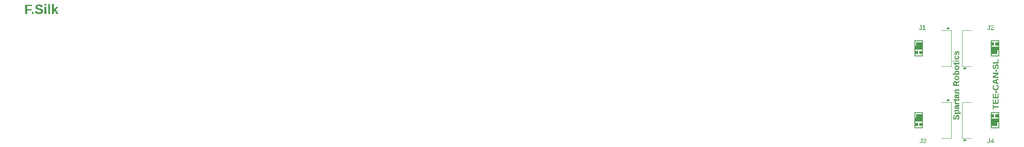
<source format=gbr>
%TF.GenerationSoftware,KiCad,Pcbnew,8.0.5-8.0.5-0~ubuntu22.04.1*%
%TF.CreationDate,2024-10-14T22:47:58-07:00*%
%TF.ProjectId,TEE-CAN-SL,5445452d-4341-44e2-9d53-4c2e6b696361,R4*%
%TF.SameCoordinates,Original*%
%TF.FileFunction,Legend,Top*%
%TF.FilePolarity,Positive*%
%FSLAX46Y46*%
G04 Gerber Fmt 4.6, Leading zero omitted, Abs format (unit mm)*
G04 Created by KiCad (PCBNEW 8.0.5-8.0.5-0~ubuntu22.04.1) date 2024-10-14 22:47:58*
%MOMM*%
%LPD*%
G01*
G04 APERTURE LIST*
%ADD10C,0.300000*%
%ADD11C,0.228600*%
%ADD12C,0.150000*%
%ADD13C,0.120000*%
%ADD14C,0.200000*%
G04 APERTURE END LIST*
D10*
G36*
X220777447Y-121351558D02*
G01*
X219013826Y-121351558D01*
X219013826Y-120882274D01*
X219180493Y-120882274D01*
X219180493Y-121184891D01*
X220610780Y-121184891D01*
X220610780Y-120107047D01*
X220376306Y-120107047D01*
X220376306Y-120882274D01*
X219180493Y-120882274D01*
X219013826Y-120882274D01*
X219013826Y-118425069D01*
X219180493Y-118425069D01*
X219743229Y-118425069D01*
X219743229Y-119054849D01*
X219180493Y-119054849D01*
X219180493Y-119357466D01*
X220610780Y-119357466D01*
X220610780Y-119054849D01*
X220001149Y-119054849D01*
X220001149Y-118425069D01*
X220610780Y-118425069D01*
X220610780Y-118122818D01*
X219180493Y-118122818D01*
X219180493Y-118425069D01*
X219013826Y-118425069D01*
X219013826Y-117956151D01*
X220777447Y-117956151D01*
X220777447Y-121351558D01*
G37*
D11*
G36*
X211970648Y-133761444D02*
G01*
X212034694Y-133766134D01*
X212101943Y-133783457D01*
X212161147Y-133813546D01*
X212212307Y-133856400D01*
X212243924Y-133894825D01*
X212276076Y-133949111D01*
X212301576Y-134012164D01*
X212320423Y-134083985D01*
X212331048Y-134150533D01*
X212337053Y-134223170D01*
X212338532Y-134285663D01*
X212336472Y-134356752D01*
X212330292Y-134422873D01*
X212317439Y-134495660D01*
X212298653Y-134561294D01*
X212273935Y-134619775D01*
X212254160Y-134654787D01*
X212213092Y-134708705D01*
X212163711Y-134753480D01*
X212106019Y-134789112D01*
X212040014Y-134815600D01*
X211998565Y-134826631D01*
X211958551Y-134579101D01*
X212018039Y-134556183D01*
X212068805Y-134518306D01*
X212097205Y-134481082D01*
X212123290Y-134418472D01*
X212135831Y-134354168D01*
X212139969Y-134286868D01*
X212140011Y-134278839D01*
X212137496Y-134215953D01*
X212127277Y-134149137D01*
X212104638Y-134086251D01*
X212063919Y-134036728D01*
X211998518Y-134011574D01*
X211979023Y-134010526D01*
X211917006Y-134025187D01*
X211894342Y-134041545D01*
X211855315Y-134092804D01*
X211838818Y-134128397D01*
X211819136Y-134190758D01*
X211803711Y-134253844D01*
X211788764Y-134323598D01*
X211784845Y-134343048D01*
X211769665Y-134406404D01*
X211752926Y-134470986D01*
X211734879Y-134530669D01*
X211733664Y-134534124D01*
X211708421Y-134594239D01*
X211688377Y-134631213D01*
X211649636Y-134682599D01*
X211625719Y-134705038D01*
X211571794Y-134739191D01*
X211539176Y-134752496D01*
X211478478Y-134766040D01*
X211425027Y-134769247D01*
X211357175Y-134763295D01*
X211296656Y-134745438D01*
X211236470Y-134710455D01*
X211191663Y-134667090D01*
X211174705Y-134644861D01*
X211140863Y-134584889D01*
X211118471Y-134524860D01*
X211102186Y-134456871D01*
X211093280Y-134394132D01*
X211088615Y-134325865D01*
X211087852Y-134282251D01*
X211089594Y-134213962D01*
X211094819Y-134151202D01*
X211105688Y-134083187D01*
X211121573Y-134023133D01*
X211146445Y-133963131D01*
X211159195Y-133940733D01*
X211200528Y-133888719D01*
X211253492Y-133846824D01*
X211309378Y-133818467D01*
X211374170Y-133797859D01*
X211394318Y-133793394D01*
X211427508Y-134041855D01*
X211369038Y-134063781D01*
X211317857Y-134105366D01*
X211307155Y-134119402D01*
X211279377Y-134180436D01*
X211268465Y-134242053D01*
X211266520Y-134287524D01*
X211270065Y-134354545D01*
X211283674Y-134419975D01*
X211312453Y-134475636D01*
X211369868Y-134514486D01*
X211411689Y-134520165D01*
X211473280Y-134506207D01*
X211489546Y-134495350D01*
X211529967Y-134444867D01*
X211541347Y-134422146D01*
X211561915Y-134360416D01*
X211578861Y-134292913D01*
X211593769Y-134224866D01*
X211607531Y-134162318D01*
X211623091Y-134098249D01*
X211640219Y-134036769D01*
X211660648Y-133977530D01*
X211662631Y-133972683D01*
X211690027Y-133916209D01*
X211725837Y-133864151D01*
X211736146Y-133852640D01*
X211785278Y-133811463D01*
X211836337Y-133785019D01*
X211899072Y-133767338D01*
X211961218Y-133761536D01*
X211970648Y-133761444D01*
G37*
G36*
X211919724Y-132682120D02*
G01*
X211985168Y-132689026D01*
X212056803Y-132703392D01*
X212120914Y-132724388D01*
X212177500Y-132752014D01*
X212211044Y-132774115D01*
X212260719Y-132818960D01*
X212298194Y-132871256D01*
X212323467Y-132931003D01*
X212336540Y-132998202D01*
X212338532Y-133039946D01*
X212333473Y-133104969D01*
X212316418Y-133169047D01*
X212295726Y-133212411D01*
X212258343Y-133262516D01*
X212210404Y-133303025D01*
X212172581Y-133324699D01*
X212172581Y-133329972D01*
X212236005Y-133325708D01*
X212300417Y-133324781D01*
X212332018Y-133324699D01*
X212695869Y-133324699D01*
X212695869Y-133568817D01*
X211602144Y-133568817D01*
X211538711Y-133569244D01*
X211474763Y-133570743D01*
X211407268Y-133574042D01*
X211385633Y-133575642D01*
X211385633Y-133338658D01*
X211447050Y-133331213D01*
X211509454Y-133328414D01*
X211537625Y-133328111D01*
X211537625Y-133324699D01*
X211479225Y-133289003D01*
X211432907Y-133243798D01*
X211398673Y-133189084D01*
X211377511Y-133127729D01*
X211531731Y-133127729D01*
X211541811Y-133189127D01*
X211575799Y-133243899D01*
X211617033Y-133276620D01*
X211676757Y-133303774D01*
X211741800Y-133319613D01*
X211808597Y-133326854D01*
X211854638Y-133328111D01*
X211917839Y-133325647D01*
X211982000Y-133316797D01*
X212043891Y-133299147D01*
X212089760Y-133276620D01*
X212136913Y-133235875D01*
X212166030Y-133179721D01*
X212172581Y-133129591D01*
X212161163Y-133063179D01*
X212126910Y-133010507D01*
X212069822Y-132971576D01*
X212004805Y-132949630D01*
X211941374Y-132938943D01*
X211867794Y-132934363D01*
X211847813Y-132934172D01*
X211773732Y-132937196D01*
X211709528Y-132946269D01*
X211643163Y-132966116D01*
X211583897Y-133002408D01*
X211546857Y-133052310D01*
X211532040Y-133115821D01*
X211531731Y-133127729D01*
X211377511Y-133127729D01*
X211376521Y-133124860D01*
X211366452Y-133051127D01*
X211365781Y-133024437D01*
X211371807Y-132956180D01*
X211389886Y-132894989D01*
X211425305Y-132833707D01*
X211469211Y-132787656D01*
X211491717Y-132770082D01*
X211551755Y-132734911D01*
X211611297Y-132711639D01*
X211678297Y-132694715D01*
X211739829Y-132685459D01*
X211806541Y-132680611D01*
X211849054Y-132679817D01*
X211919724Y-132682120D01*
G37*
G36*
X212322092Y-131646270D02*
G01*
X212330777Y-131681011D01*
X212336360Y-131717923D01*
X212338532Y-131763521D01*
X212332119Y-131825665D01*
X212306070Y-131884452D01*
X212292934Y-131899383D01*
X212236557Y-131934357D01*
X212174877Y-131949869D01*
X212158622Y-131951805D01*
X212158622Y-131957078D01*
X212210452Y-131991611D01*
X212261051Y-132039768D01*
X212299001Y-132095253D01*
X212324300Y-132158066D01*
X212336950Y-132228207D01*
X212338532Y-132266026D01*
X212333937Y-132330390D01*
X212317784Y-132393901D01*
X212286195Y-132453419D01*
X212265017Y-132478815D01*
X212213030Y-132519055D01*
X212149351Y-132544391D01*
X212082042Y-132554451D01*
X212057501Y-132555122D01*
X211989453Y-132549189D01*
X211923374Y-132528333D01*
X211868385Y-132492461D01*
X211837887Y-132460204D01*
X211805046Y-132407259D01*
X211781588Y-132343651D01*
X211768760Y-132279247D01*
X211763115Y-132206679D01*
X211762822Y-132184446D01*
X211762822Y-132107210D01*
X211901786Y-132107210D01*
X211904636Y-132172137D01*
X211916675Y-132227873D01*
X211954843Y-132277236D01*
X211962273Y-132282156D01*
X212022266Y-132299877D01*
X212043542Y-132300767D01*
X212106574Y-132291051D01*
X212140942Y-132270058D01*
X212170078Y-132215053D01*
X212172581Y-132187859D01*
X212163159Y-132126539D01*
X212142803Y-132083325D01*
X212101691Y-132036510D01*
X212059672Y-132009190D01*
X211998135Y-131987369D01*
X211947694Y-131982204D01*
X211901786Y-131982204D01*
X211901786Y-132107210D01*
X211762822Y-132107210D01*
X211762822Y-131982204D01*
X211714743Y-131982204D01*
X211651900Y-131986740D01*
X211592241Y-132005170D01*
X211577019Y-132014463D01*
X211539206Y-132066838D01*
X211531731Y-132119307D01*
X211539961Y-132181087D01*
X211560889Y-132218877D01*
X211615590Y-132250118D01*
X211657358Y-132258271D01*
X211657358Y-132512626D01*
X211589911Y-132495953D01*
X211531189Y-132469510D01*
X211475554Y-132428081D01*
X211439916Y-132387310D01*
X211407482Y-132331631D01*
X211384314Y-132266646D01*
X211371645Y-132202151D01*
X211366070Y-132130532D01*
X211365781Y-132108761D01*
X211368878Y-132044966D01*
X211380320Y-131977761D01*
X211400192Y-131918334D01*
X211433227Y-131859941D01*
X211453874Y-131834554D01*
X211502399Y-131792349D01*
X211560191Y-131762203D01*
X211627250Y-131744115D01*
X211693528Y-131738180D01*
X211703576Y-131738085D01*
X212046644Y-131738085D01*
X212110030Y-131734200D01*
X212155831Y-131720405D01*
X212185801Y-131665988D01*
X212185919Y-131660848D01*
X212180956Y-131607186D01*
X212310304Y-131607186D01*
X212322092Y-131646270D01*
G37*
G36*
X212318680Y-131494277D02*
G01*
X211604626Y-131494277D01*
X211542455Y-131494693D01*
X211480052Y-131496315D01*
X211476828Y-131496449D01*
X211414322Y-131499432D01*
X211385633Y-131501101D01*
X211385633Y-131268460D01*
X211447814Y-131263447D01*
X211478999Y-131261636D01*
X211543984Y-131258379D01*
X211582602Y-131257293D01*
X211582602Y-131253571D01*
X211522068Y-131230176D01*
X211464850Y-131203052D01*
X211444569Y-131190603D01*
X211399372Y-131147379D01*
X211385323Y-131124533D01*
X211367689Y-131062849D01*
X211365781Y-131028995D01*
X211374490Y-130966684D01*
X211380049Y-130953309D01*
X211581051Y-130953309D01*
X211567507Y-131015293D01*
X211564301Y-131057532D01*
X211574683Y-131120258D01*
X211609360Y-131175413D01*
X211638126Y-131199598D01*
X211697311Y-131228384D01*
X211758276Y-131243049D01*
X211821942Y-131249369D01*
X211857119Y-131250159D01*
X212318680Y-131250159D01*
X212318680Y-131494277D01*
G37*
G36*
X212338532Y-130562471D02*
G01*
X212332837Y-130625091D01*
X212310968Y-130687438D01*
X212280216Y-130728732D01*
X212228017Y-130764079D01*
X212165300Y-130782149D01*
X212103409Y-130786737D01*
X211551584Y-130786737D01*
X211551584Y-130905540D01*
X211385633Y-130905540D01*
X211385633Y-130774330D01*
X211167260Y-130698024D01*
X211167260Y-130545411D01*
X211385633Y-130545411D01*
X211385633Y-130367363D01*
X211551584Y-130367363D01*
X211551584Y-130545411D01*
X212038890Y-130545411D01*
X212101571Y-130538057D01*
X212140011Y-130519355D01*
X212170545Y-130464045D01*
X212172581Y-130438396D01*
X212164799Y-130375846D01*
X212160794Y-130356816D01*
X212309684Y-130356816D01*
X212326108Y-130421842D01*
X212335123Y-130486109D01*
X212338419Y-130548146D01*
X212338532Y-130562471D01*
G37*
G36*
X212322092Y-129374450D02*
G01*
X212330777Y-129409191D01*
X212336360Y-129446103D01*
X212338532Y-129491701D01*
X212332119Y-129553845D01*
X212306070Y-129612633D01*
X212292934Y-129627563D01*
X212236557Y-129662537D01*
X212174877Y-129678049D01*
X212158622Y-129679985D01*
X212158622Y-129685258D01*
X212210452Y-129719791D01*
X212261051Y-129767948D01*
X212299001Y-129823433D01*
X212324300Y-129886246D01*
X212336950Y-129956387D01*
X212338532Y-129994206D01*
X212333937Y-130058570D01*
X212317784Y-130122081D01*
X212286195Y-130181599D01*
X212265017Y-130206995D01*
X212213030Y-130247235D01*
X212149351Y-130272571D01*
X212082042Y-130282631D01*
X212057501Y-130283302D01*
X211989453Y-130277369D01*
X211923374Y-130256513D01*
X211868385Y-130220641D01*
X211837887Y-130188384D01*
X211805046Y-130135439D01*
X211781588Y-130071831D01*
X211768760Y-130007427D01*
X211763115Y-129934860D01*
X211762822Y-129912627D01*
X211762822Y-129835390D01*
X211901786Y-129835390D01*
X211904636Y-129900317D01*
X211916675Y-129956053D01*
X211954843Y-130005416D01*
X211962273Y-130010336D01*
X212022266Y-130028057D01*
X212043542Y-130028947D01*
X212106574Y-130019231D01*
X212140942Y-129998239D01*
X212170078Y-129943233D01*
X212172581Y-129916039D01*
X212163159Y-129854719D01*
X212142803Y-129811505D01*
X212101691Y-129764690D01*
X212059672Y-129737370D01*
X211998135Y-129715549D01*
X211947694Y-129710384D01*
X211901786Y-129710384D01*
X211901786Y-129835390D01*
X211762822Y-129835390D01*
X211762822Y-129710384D01*
X211714743Y-129710384D01*
X211651900Y-129714920D01*
X211592241Y-129733350D01*
X211577019Y-129742643D01*
X211539206Y-129795018D01*
X211531731Y-129847487D01*
X211539961Y-129909267D01*
X211560889Y-129947057D01*
X211615590Y-129978298D01*
X211657358Y-129986451D01*
X211657358Y-130240806D01*
X211589911Y-130224133D01*
X211531189Y-130197690D01*
X211475554Y-130156261D01*
X211439916Y-130115490D01*
X211407482Y-130059811D01*
X211384314Y-129994826D01*
X211371645Y-129930331D01*
X211366070Y-129858712D01*
X211365781Y-129836941D01*
X211368878Y-129773146D01*
X211380320Y-129705941D01*
X211400192Y-129646514D01*
X211433227Y-129588121D01*
X211453874Y-129562734D01*
X211502399Y-129520529D01*
X211560191Y-129490383D01*
X211627250Y-129472295D01*
X211693528Y-129466360D01*
X211703576Y-129466265D01*
X212046644Y-129466265D01*
X212110030Y-129462380D01*
X212155831Y-129448585D01*
X212185801Y-129394168D01*
X212185919Y-129389028D01*
X212180956Y-129335366D01*
X212310304Y-129335366D01*
X212322092Y-129374450D01*
G37*
G36*
X212318680Y-128613868D02*
G01*
X211791669Y-128613868D01*
X211720449Y-128617957D01*
X211650918Y-128633660D01*
X211591769Y-128666866D01*
X211553141Y-128724445D01*
X211544449Y-128781369D01*
X211555136Y-128842874D01*
X211590834Y-128898675D01*
X211620445Y-128924056D01*
X211677751Y-128954961D01*
X211738625Y-128971925D01*
X211800561Y-128978127D01*
X211815244Y-128978339D01*
X212318680Y-128978339D01*
X212318680Y-129222457D01*
X211594390Y-129222457D01*
X211530013Y-129222934D01*
X211471555Y-129224629D01*
X211407729Y-129227910D01*
X211385633Y-129229281D01*
X211385633Y-128996640D01*
X211447679Y-128991379D01*
X211472175Y-128989816D01*
X211534316Y-128986428D01*
X211568644Y-128985473D01*
X211568644Y-128981751D01*
X211513260Y-128952021D01*
X211462600Y-128914326D01*
X211420099Y-128867193D01*
X211413860Y-128857986D01*
X211384562Y-128797863D01*
X211369584Y-128735622D01*
X211365781Y-128679628D01*
X211370159Y-128617677D01*
X211385887Y-128555019D01*
X211417253Y-128494910D01*
X211457286Y-128450709D01*
X211515481Y-128412023D01*
X211578498Y-128388264D01*
X211642352Y-128375682D01*
X211714341Y-128370758D01*
X211725289Y-128370680D01*
X212318680Y-128370680D01*
X212318680Y-128613868D01*
G37*
G36*
X212318680Y-126807640D02*
G01*
X211862082Y-127091773D01*
X211862082Y-127392035D01*
X212318680Y-127392035D01*
X212318680Y-127648251D01*
X211107704Y-127648251D01*
X211107704Y-127063856D01*
X211306225Y-127063856D01*
X211306225Y-127392035D01*
X211663562Y-127392035D01*
X211663562Y-127057032D01*
X211658866Y-126994849D01*
X211640837Y-126933664D01*
X211615482Y-126893873D01*
X211565992Y-126855705D01*
X211501658Y-126838911D01*
X211480550Y-126838039D01*
X211412625Y-126848845D01*
X211355424Y-126887657D01*
X211323249Y-126944773D01*
X211308948Y-127010930D01*
X211306225Y-127063856D01*
X211107704Y-127063856D01*
X211107704Y-127036870D01*
X211109991Y-126970970D01*
X211118773Y-126898328D01*
X211134142Y-126832708D01*
X211156098Y-126774112D01*
X211190037Y-126714625D01*
X211201381Y-126699385D01*
X211246253Y-126652973D01*
X211298904Y-126617960D01*
X211359332Y-126594347D01*
X211427537Y-126582134D01*
X211470004Y-126580272D01*
X211539118Y-126586038D01*
X211602686Y-126603337D01*
X211660709Y-126632167D01*
X211690548Y-126653167D01*
X211737712Y-126698218D01*
X211774866Y-126751367D01*
X211802009Y-126812612D01*
X211812762Y-126850136D01*
X212318680Y-126519475D01*
X212318680Y-126807640D01*
G37*
G36*
X211920071Y-125470724D02*
G01*
X211984116Y-125480016D01*
X212054632Y-125499343D01*
X212118234Y-125527591D01*
X212174922Y-125564759D01*
X212208873Y-125594494D01*
X212252937Y-125645377D01*
X212287884Y-125703108D01*
X212313714Y-125767688D01*
X212330428Y-125839116D01*
X212337392Y-125903871D01*
X212338532Y-125945006D01*
X212335358Y-126011326D01*
X212325839Y-126073026D01*
X212306039Y-126140968D01*
X212277101Y-126202258D01*
X212239024Y-126256896D01*
X212208563Y-126289626D01*
X212156306Y-126332108D01*
X212097244Y-126365801D01*
X212031377Y-126390705D01*
X211958706Y-126406819D01*
X211892948Y-126413533D01*
X211851226Y-126414632D01*
X211782916Y-126411580D01*
X211719317Y-126402424D01*
X211649215Y-126383380D01*
X211585897Y-126355547D01*
X211529361Y-126318924D01*
X211495439Y-126289626D01*
X211451376Y-126239237D01*
X211416429Y-126181826D01*
X211390598Y-126117391D01*
X211373884Y-126045934D01*
X211366920Y-125981022D01*
X211365781Y-125939733D01*
X211365932Y-125936321D01*
X211531731Y-125936321D01*
X211539524Y-126000304D01*
X211569448Y-126062768D01*
X211621814Y-126109616D01*
X211682596Y-126136727D01*
X211758963Y-126152994D01*
X211831278Y-126158199D01*
X211850915Y-126158416D01*
X211916127Y-126155833D01*
X211981858Y-126146557D01*
X212044589Y-126128056D01*
X212090381Y-126104443D01*
X212137180Y-126061406D01*
X212166079Y-126001414D01*
X212172581Y-125947488D01*
X212164728Y-125882701D01*
X212134571Y-125819452D01*
X212081798Y-125772015D01*
X212020544Y-125744563D01*
X211943583Y-125728092D01*
X211870705Y-125722821D01*
X211850915Y-125722601D01*
X211781906Y-125725229D01*
X211713834Y-125734665D01*
X211651018Y-125753485D01*
X211607417Y-125777505D01*
X211561296Y-125825429D01*
X211536462Y-125887311D01*
X211531731Y-125936321D01*
X211365932Y-125936321D01*
X211368840Y-125870474D01*
X211378019Y-125806546D01*
X211397110Y-125736870D01*
X211425012Y-125674871D01*
X211461726Y-125620549D01*
X211491097Y-125588600D01*
X211541940Y-125547488D01*
X211600482Y-125514882D01*
X211666723Y-125490782D01*
X211727805Y-125477196D01*
X211794233Y-125469517D01*
X211851226Y-125467627D01*
X211920071Y-125470724D01*
G37*
G36*
X211918818Y-124387659D02*
G01*
X211983834Y-124394497D01*
X212055174Y-124408721D01*
X212119231Y-124429510D01*
X212176003Y-124456863D01*
X212209803Y-124478746D01*
X212259962Y-124523423D01*
X212297801Y-124575760D01*
X212323321Y-124635755D01*
X212336520Y-124703410D01*
X212338532Y-124745508D01*
X212333437Y-124810987D01*
X212316258Y-124875145D01*
X212295415Y-124918283D01*
X212257524Y-124968199D01*
X212208989Y-125008606D01*
X212170720Y-125030261D01*
X212170720Y-125032122D01*
X212233648Y-125034784D01*
X212252299Y-125036154D01*
X212314453Y-125043143D01*
X212318680Y-125044219D01*
X212318680Y-125281203D01*
X212250545Y-125277045D01*
X212182437Y-125275046D01*
X212112333Y-125274386D01*
X212104029Y-125274379D01*
X211028296Y-125274379D01*
X211028296Y-125030261D01*
X211393077Y-125030261D01*
X211548171Y-125033673D01*
X211548171Y-125030261D01*
X211486187Y-124994565D01*
X211437027Y-124949360D01*
X211400691Y-124894646D01*
X211377549Y-124831430D01*
X211531731Y-124831430D01*
X211541591Y-124893887D01*
X211574837Y-124949314D01*
X211615172Y-124982182D01*
X211674338Y-125009335D01*
X211739916Y-125025175D01*
X211808012Y-125032416D01*
X211855258Y-125033673D01*
X211917643Y-125031254D01*
X211981198Y-125022563D01*
X212042825Y-125005233D01*
X212088830Y-124983112D01*
X212136512Y-124942457D01*
X212165956Y-124885148D01*
X212172581Y-124833291D01*
X212161152Y-124767512D01*
X212126867Y-124715342D01*
X212069724Y-124676782D01*
X212004645Y-124655044D01*
X211941154Y-124644459D01*
X211867503Y-124639923D01*
X211847503Y-124639734D01*
X211781185Y-124641975D01*
X211715134Y-124650025D01*
X211653248Y-124666080D01*
X211609279Y-124686572D01*
X211562023Y-124728898D01*
X211536578Y-124785619D01*
X211531731Y-124831430D01*
X211377549Y-124831430D01*
X211377180Y-124830422D01*
X211366493Y-124756689D01*
X211365781Y-124729998D01*
X211371822Y-124660834D01*
X211389945Y-124599092D01*
X211420151Y-124544771D01*
X211462438Y-124497871D01*
X211492027Y-124474403D01*
X211552142Y-124439715D01*
X211611654Y-124416764D01*
X211678538Y-124400072D01*
X211739907Y-124390943D01*
X211806394Y-124386162D01*
X211848744Y-124385379D01*
X211918818Y-124387659D01*
G37*
G36*
X211920071Y-123299405D02*
G01*
X211984116Y-123308697D01*
X212054632Y-123328024D01*
X212118234Y-123356272D01*
X212174922Y-123393440D01*
X212208873Y-123423175D01*
X212252937Y-123474058D01*
X212287884Y-123531789D01*
X212313714Y-123596369D01*
X212330428Y-123667797D01*
X212337392Y-123732552D01*
X212338532Y-123773688D01*
X212335358Y-123840007D01*
X212325839Y-123901707D01*
X212306039Y-123969649D01*
X212277101Y-124030939D01*
X212239024Y-124085577D01*
X212208563Y-124118307D01*
X212156306Y-124160789D01*
X212097244Y-124194482D01*
X212031377Y-124219386D01*
X211958706Y-124235500D01*
X211892948Y-124242214D01*
X211851226Y-124243313D01*
X211782916Y-124240261D01*
X211719317Y-124231105D01*
X211649215Y-124212061D01*
X211585897Y-124184228D01*
X211529361Y-124147605D01*
X211495439Y-124118307D01*
X211451376Y-124067918D01*
X211416429Y-124010507D01*
X211390598Y-123946072D01*
X211373884Y-123874615D01*
X211366920Y-123809703D01*
X211365781Y-123768414D01*
X211365932Y-123765002D01*
X211531731Y-123765002D01*
X211539524Y-123828985D01*
X211569448Y-123891449D01*
X211621814Y-123938297D01*
X211682596Y-123965408D01*
X211758963Y-123981675D01*
X211831278Y-123986880D01*
X211850915Y-123987097D01*
X211916127Y-123984515D01*
X211981858Y-123975238D01*
X212044589Y-123956738D01*
X212090381Y-123933124D01*
X212137180Y-123890087D01*
X212166079Y-123830095D01*
X212172581Y-123776169D01*
X212164728Y-123711382D01*
X212134571Y-123648133D01*
X212081798Y-123600696D01*
X212020544Y-123573244D01*
X211943583Y-123556773D01*
X211870705Y-123551502D01*
X211850915Y-123551282D01*
X211781906Y-123553910D01*
X211713834Y-123563346D01*
X211651018Y-123582166D01*
X211607417Y-123606186D01*
X211561296Y-123654110D01*
X211536462Y-123715993D01*
X211531731Y-123765002D01*
X211365932Y-123765002D01*
X211368840Y-123699155D01*
X211378019Y-123635227D01*
X211397110Y-123565551D01*
X211425012Y-123503552D01*
X211461726Y-123449231D01*
X211491097Y-123417281D01*
X211541940Y-123376169D01*
X211600482Y-123343563D01*
X211666723Y-123319463D01*
X211727805Y-123305877D01*
X211794233Y-123298198D01*
X211851226Y-123296308D01*
X211920071Y-123299405D01*
G37*
G36*
X212338532Y-122862354D02*
G01*
X212332837Y-122924973D01*
X212310968Y-122987321D01*
X212280216Y-123028615D01*
X212228017Y-123063962D01*
X212165300Y-123082032D01*
X212103409Y-123086620D01*
X211551584Y-123086620D01*
X211551584Y-123205422D01*
X211385633Y-123205422D01*
X211385633Y-123074213D01*
X211167260Y-122997906D01*
X211167260Y-122845294D01*
X211385633Y-122845294D01*
X211385633Y-122667246D01*
X211551584Y-122667246D01*
X211551584Y-122845294D01*
X212038890Y-122845294D01*
X212101571Y-122837940D01*
X212140011Y-122819238D01*
X212170545Y-122763927D01*
X212172581Y-122738279D01*
X212164799Y-122675728D01*
X212160794Y-122656699D01*
X212309684Y-122656699D01*
X212326108Y-122721725D01*
X212335123Y-122785992D01*
X212338419Y-122848028D01*
X212338532Y-122862354D01*
G37*
G36*
X212318680Y-122511221D02*
G01*
X211385633Y-122511221D01*
X211385633Y-122267102D01*
X212318680Y-122267102D01*
X212318680Y-122511221D01*
G37*
G36*
X211206964Y-122511221D02*
G01*
X211028296Y-122511221D01*
X211028296Y-122267102D01*
X211206964Y-122267102D01*
X211206964Y-122511221D01*
G37*
G36*
X212338532Y-121625633D02*
G01*
X212335434Y-121690042D01*
X212323540Y-121761056D01*
X212302726Y-121825221D01*
X212272992Y-121882538D01*
X212234337Y-121933007D01*
X212211664Y-121955673D01*
X212160462Y-121995204D01*
X212102236Y-122026556D01*
X212036987Y-122049729D01*
X211964716Y-122064724D01*
X211899125Y-122070972D01*
X211857429Y-122071994D01*
X211787332Y-122069131D01*
X211722249Y-122060544D01*
X211650766Y-122042681D01*
X211586503Y-122016574D01*
X211529458Y-121982223D01*
X211495439Y-121954743D01*
X211451376Y-121907328D01*
X211416429Y-121853020D01*
X211390598Y-121791821D01*
X211373884Y-121723730D01*
X211366920Y-121661723D01*
X211365781Y-121622221D01*
X211369833Y-121552484D01*
X211381989Y-121488210D01*
X211402250Y-121429397D01*
X211435329Y-121368872D01*
X211450462Y-121348014D01*
X211496816Y-121298772D01*
X211551196Y-121259610D01*
X211613602Y-121230530D01*
X211674791Y-121213355D01*
X211684034Y-121211531D01*
X211684034Y-121457511D01*
X211621609Y-121475657D01*
X211573297Y-121509622D01*
X211540864Y-121563590D01*
X211531731Y-121627494D01*
X211542833Y-121691481D01*
X211583846Y-121749401D01*
X211643053Y-121784704D01*
X211709353Y-121804011D01*
X211773494Y-121812836D01*
X211847503Y-121815778D01*
X211923693Y-121812783D01*
X211989725Y-121803797D01*
X212057978Y-121784141D01*
X212118930Y-121748198D01*
X212157025Y-121698776D01*
X212172263Y-121635876D01*
X212172581Y-121624082D01*
X212161957Y-121560261D01*
X212130085Y-121507761D01*
X212077198Y-121469763D01*
X212013873Y-121451019D01*
X212003528Y-121449446D01*
X212003528Y-121204707D01*
X212068247Y-121218759D01*
X212128055Y-121243000D01*
X212178164Y-121273879D01*
X212226733Y-121316443D01*
X212267091Y-121367365D01*
X212296656Y-121420908D01*
X212318739Y-121480087D01*
X212332643Y-121543627D01*
X212338368Y-121611529D01*
X212338532Y-121625633D01*
G37*
G36*
X212048816Y-120236609D02*
G01*
X212112947Y-120243588D01*
X212176382Y-120268125D01*
X212230591Y-120310327D01*
X212261605Y-120348277D01*
X212295260Y-120409442D01*
X212316821Y-120471709D01*
X212331019Y-120542139D01*
X212337330Y-120609005D01*
X212338532Y-120656914D01*
X212336361Y-120726314D01*
X212329851Y-120789345D01*
X212316770Y-120854833D01*
X212294587Y-120919061D01*
X212276804Y-120953455D01*
X212236485Y-121005761D01*
X212185322Y-121047173D01*
X212123313Y-121077690D01*
X212084177Y-121089937D01*
X212052848Y-120875597D01*
X212111621Y-120848711D01*
X212145594Y-120812629D01*
X212165834Y-120751367D01*
X212172159Y-120683639D01*
X212172581Y-120656914D01*
X212169539Y-120593101D01*
X212156867Y-120530862D01*
X212146835Y-120507714D01*
X212100213Y-120466136D01*
X212065876Y-120460565D01*
X212007148Y-120483663D01*
X211994843Y-120498408D01*
X211967831Y-120557568D01*
X211951618Y-120620926D01*
X211950486Y-120626516D01*
X211937931Y-120687795D01*
X211923246Y-120752673D01*
X211906637Y-120816428D01*
X211886111Y-120879511D01*
X211875110Y-120905375D01*
X211840734Y-120961813D01*
X211795073Y-121007787D01*
X211784845Y-121015182D01*
X211726980Y-121042122D01*
X211663011Y-121052385D01*
X211648052Y-121052715D01*
X211585045Y-121046240D01*
X211522968Y-121023475D01*
X211470215Y-120984321D01*
X211440226Y-120949112D01*
X211407656Y-120891766D01*
X211386791Y-120832746D01*
X211373051Y-120765473D01*
X211366944Y-120701242D01*
X211365781Y-120655053D01*
X211368957Y-120584903D01*
X211378486Y-120521017D01*
X211397156Y-120455674D01*
X211424123Y-120398512D01*
X211432161Y-120385500D01*
X211474012Y-120334180D01*
X211525236Y-120295031D01*
X211585832Y-120268052D01*
X211623547Y-120258322D01*
X211645881Y-120474524D01*
X211588016Y-120497764D01*
X211560269Y-120526015D01*
X211537194Y-120586843D01*
X211531759Y-120649575D01*
X211531731Y-120655053D01*
X211535366Y-120718454D01*
X211551088Y-120779734D01*
X211553755Y-120785332D01*
X211603366Y-120826045D01*
X211627270Y-120828759D01*
X211685556Y-120803348D01*
X211691789Y-120795569D01*
X211718106Y-120735882D01*
X211730872Y-120682970D01*
X211744982Y-120616407D01*
X211759395Y-120554751D01*
X211775599Y-120492597D01*
X211777091Y-120487241D01*
X211796080Y-120427831D01*
X211821542Y-120370647D01*
X211833545Y-120350138D01*
X211873490Y-120301052D01*
X211917606Y-120267628D01*
X211975999Y-120244364D01*
X212038925Y-120236730D01*
X212048816Y-120236609D01*
G37*
G36*
X219637425Y-131982204D02*
G01*
X220649880Y-131982204D01*
X220649880Y-132238109D01*
X219637425Y-132238109D01*
X219637425Y-132633289D01*
X219438904Y-132633289D01*
X219438904Y-131586093D01*
X219637425Y-131586093D01*
X219637425Y-131982204D01*
G37*
G36*
X220649880Y-131448680D02*
G01*
X219438904Y-131448680D01*
X219438904Y-130486475D01*
X219637425Y-130486475D01*
X219637425Y-131192464D01*
X219935205Y-131192464D01*
X219935205Y-130539518D01*
X220133726Y-130539518D01*
X220133726Y-131192464D01*
X220451359Y-131192464D01*
X220451359Y-130451114D01*
X220649880Y-130451114D01*
X220649880Y-131448680D01*
G37*
G36*
X220649880Y-130263760D02*
G01*
X219438904Y-130263760D01*
X219438904Y-129301556D01*
X219637425Y-129301556D01*
X219637425Y-130007545D01*
X219935205Y-130007545D01*
X219935205Y-129354598D01*
X220133726Y-129354598D01*
X220133726Y-130007545D01*
X220451359Y-130007545D01*
X220451359Y-129266194D01*
X220649880Y-129266194D01*
X220649880Y-130263760D01*
G37*
G36*
X220292542Y-129128160D02*
G01*
X220074170Y-129128160D01*
X220074170Y-128676836D01*
X220292542Y-128676836D01*
X220292542Y-129128160D01*
G37*
G36*
X220471211Y-127915634D02*
G01*
X220465554Y-127846677D01*
X220448583Y-127784628D01*
X220413283Y-127719285D01*
X220371421Y-127672429D01*
X220318246Y-127632480D01*
X220253756Y-127599438D01*
X220239500Y-127593658D01*
X220323251Y-127370323D01*
X220385821Y-127399781D01*
X220442087Y-127433950D01*
X220492051Y-127472830D01*
X220542375Y-127524145D01*
X220584120Y-127581871D01*
X220617478Y-127645446D01*
X220639550Y-127704144D01*
X220655602Y-127766725D01*
X220665635Y-127833187D01*
X220669648Y-127903532D01*
X220669732Y-127915634D01*
X220667139Y-127987360D01*
X220659360Y-128054889D01*
X220646395Y-128118221D01*
X220622896Y-128191483D01*
X220591294Y-128258187D01*
X220551589Y-128318333D01*
X220503781Y-128371921D01*
X220448598Y-128418299D01*
X220386963Y-128456817D01*
X220318876Y-128487474D01*
X220259761Y-128506339D01*
X220196517Y-128520174D01*
X220129143Y-128528978D01*
X220057640Y-128532752D01*
X220039119Y-128532909D01*
X219966457Y-128530481D01*
X219898138Y-128523196D01*
X219834162Y-128511055D01*
X219760298Y-128489050D01*
X219693220Y-128459456D01*
X219632927Y-128422274D01*
X219579419Y-128377504D01*
X219533220Y-128325525D01*
X219494851Y-128266715D01*
X219464312Y-128201074D01*
X219441604Y-128128602D01*
X219429075Y-128065707D01*
X219421558Y-127998440D01*
X219419052Y-127926801D01*
X219421150Y-127861482D01*
X219429205Y-127788258D01*
X219443301Y-127720662D01*
X219463439Y-127658692D01*
X219489619Y-127602349D01*
X219504974Y-127576288D01*
X219546288Y-127520858D01*
X219595321Y-127473175D01*
X219652072Y-127433241D01*
X219716542Y-127401055D01*
X219756847Y-127386142D01*
X219818264Y-127611649D01*
X219759399Y-127637969D01*
X219709478Y-127677265D01*
X219671855Y-127724248D01*
X219643230Y-127779530D01*
X219625206Y-127840689D01*
X219617784Y-127907725D01*
X219617572Y-127921838D01*
X219621346Y-127983927D01*
X219635285Y-128048950D01*
X219663794Y-128113484D01*
X219705717Y-128167588D01*
X219724898Y-128185188D01*
X219776617Y-128220238D01*
X219837866Y-128246680D01*
X219897949Y-128262492D01*
X219965033Y-128271980D01*
X220039119Y-128275142D01*
X220102416Y-128272885D01*
X220171976Y-128264220D01*
X220234557Y-128249054D01*
X220298746Y-128223147D01*
X220353436Y-128188393D01*
X220360474Y-128182706D01*
X220408921Y-128131234D01*
X220443527Y-128069565D01*
X220462451Y-128007239D01*
X220470778Y-127937106D01*
X220471211Y-127915634D01*
G37*
G36*
X220649880Y-126339256D02*
G01*
X220332247Y-126447822D01*
X220332247Y-126914035D01*
X220649880Y-127022601D01*
X220649880Y-127278507D01*
X219438904Y-126832456D01*
X219438904Y-126681394D01*
X219622535Y-126681394D01*
X219684659Y-126699574D01*
X219709698Y-126707450D01*
X219777157Y-126730538D01*
X219848527Y-126755583D01*
X219909665Y-126777163D01*
X219981651Y-126802650D01*
X220042758Y-126824328D01*
X220109967Y-126848204D01*
X220133726Y-126856651D01*
X220133726Y-126505207D01*
X219794380Y-126625870D01*
X219622535Y-126681394D01*
X219438904Y-126681394D01*
X219438904Y-126530332D01*
X220649880Y-126085832D01*
X220649880Y-126339256D01*
G37*
G36*
X220649880Y-125176050D02*
G01*
X219725828Y-125709264D01*
X219789824Y-125702343D01*
X219853894Y-125696920D01*
X219920806Y-125693691D01*
X219942030Y-125693444D01*
X220649880Y-125693444D01*
X220649880Y-125921122D01*
X219438904Y-125921122D01*
X219438904Y-125628304D01*
X220381567Y-125087646D01*
X220318017Y-125094431D01*
X220249953Y-125099748D01*
X220185520Y-125102610D01*
X220144583Y-125103155D01*
X219438904Y-125103155D01*
X219438904Y-124875787D01*
X220649880Y-124875787D01*
X220649880Y-125176050D01*
G37*
G36*
X220292542Y-124687503D02*
G01*
X220074170Y-124687503D01*
X220074170Y-124236179D01*
X220292542Y-124236179D01*
X220292542Y-124687503D01*
G37*
G36*
X220301848Y-123048778D02*
G01*
X220365894Y-123053467D01*
X220433143Y-123070791D01*
X220492347Y-123100880D01*
X220543507Y-123143733D01*
X220575124Y-123182159D01*
X220607276Y-123236444D01*
X220632776Y-123299497D01*
X220651623Y-123371318D01*
X220662248Y-123437866D01*
X220668253Y-123510503D01*
X220669732Y-123572996D01*
X220667672Y-123644085D01*
X220661492Y-123710206D01*
X220648639Y-123782994D01*
X220629853Y-123848627D01*
X220605135Y-123907108D01*
X220585360Y-123942120D01*
X220544292Y-123996038D01*
X220494911Y-124040813D01*
X220437219Y-124076445D01*
X220371214Y-124102934D01*
X220329765Y-124113965D01*
X220289751Y-123866434D01*
X220349239Y-123843516D01*
X220400005Y-123805639D01*
X220428405Y-123768415D01*
X220454490Y-123705805D01*
X220467031Y-123641502D01*
X220471169Y-123574201D01*
X220471211Y-123566172D01*
X220468696Y-123503286D01*
X220458477Y-123436470D01*
X220435838Y-123373584D01*
X220395119Y-123324061D01*
X220329718Y-123298907D01*
X220310223Y-123297859D01*
X220248206Y-123312520D01*
X220225542Y-123328878D01*
X220186515Y-123380137D01*
X220170018Y-123415730D01*
X220150336Y-123478092D01*
X220134911Y-123541177D01*
X220119964Y-123610931D01*
X220116045Y-123630381D01*
X220100865Y-123693737D01*
X220084126Y-123758319D01*
X220066079Y-123818002D01*
X220064864Y-123821457D01*
X220039621Y-123881573D01*
X220019577Y-123918546D01*
X219980836Y-123969932D01*
X219956919Y-123992371D01*
X219902994Y-124026524D01*
X219870376Y-124039830D01*
X219809678Y-124053374D01*
X219756227Y-124056580D01*
X219688375Y-124050628D01*
X219627856Y-124032772D01*
X219567670Y-123997788D01*
X219522863Y-123954423D01*
X219505905Y-123932194D01*
X219472063Y-123872222D01*
X219449671Y-123812193D01*
X219433386Y-123744204D01*
X219424480Y-123681465D01*
X219419815Y-123613198D01*
X219419052Y-123569584D01*
X219420794Y-123501296D01*
X219426019Y-123438535D01*
X219436888Y-123370521D01*
X219452773Y-123310466D01*
X219477645Y-123250465D01*
X219490395Y-123228066D01*
X219531728Y-123176052D01*
X219584692Y-123134157D01*
X219640578Y-123105800D01*
X219705370Y-123085192D01*
X219725518Y-123080727D01*
X219758708Y-123329188D01*
X219700238Y-123351114D01*
X219649057Y-123392699D01*
X219638355Y-123406735D01*
X219610577Y-123467769D01*
X219599665Y-123529387D01*
X219597720Y-123574857D01*
X219601265Y-123641878D01*
X219614874Y-123707308D01*
X219643653Y-123762969D01*
X219701068Y-123801819D01*
X219742889Y-123807498D01*
X219804480Y-123793540D01*
X219820746Y-123782683D01*
X219861167Y-123732200D01*
X219872547Y-123709479D01*
X219893115Y-123647749D01*
X219910061Y-123580247D01*
X219924969Y-123512199D01*
X219938731Y-123449651D01*
X219954291Y-123385583D01*
X219971419Y-123324102D01*
X219991848Y-123264863D01*
X219993831Y-123260016D01*
X220021227Y-123203542D01*
X220057037Y-123151484D01*
X220067346Y-123139973D01*
X220116478Y-123098797D01*
X220167537Y-123072352D01*
X220230272Y-123054671D01*
X220292418Y-123048870D01*
X220301848Y-123048778D01*
G37*
G36*
X220649880Y-122861424D02*
G01*
X219438904Y-122861424D01*
X219438904Y-122605208D01*
X220451359Y-122605208D01*
X220451359Y-121948849D01*
X220649880Y-121948849D01*
X220649880Y-122861424D01*
G37*
D10*
G36*
X204607533Y-121351559D02*
G01*
X202843913Y-121351559D01*
X202843913Y-120252861D01*
X203010580Y-120252861D01*
X203620210Y-120252861D01*
X203620210Y-120882641D01*
X203010580Y-120882641D01*
X203010580Y-121184892D01*
X204440866Y-121184892D01*
X204440866Y-120882641D01*
X203878130Y-120882641D01*
X203878130Y-120252861D01*
X204440866Y-120252861D01*
X204440866Y-119950244D01*
X203010580Y-119950244D01*
X203010580Y-120252861D01*
X202843913Y-120252861D01*
X202843913Y-119200663D01*
X203010580Y-119200663D01*
X203245053Y-119200663D01*
X203245053Y-118425436D01*
X204440866Y-118425436D01*
X204440866Y-118122819D01*
X203010580Y-118122819D01*
X203010580Y-119200663D01*
X202843913Y-119200663D01*
X202843913Y-117956152D01*
X204607533Y-117956152D01*
X204607533Y-121351559D01*
G37*
G36*
X14874828Y-110734432D02*
G01*
X14874828Y-111337934D01*
X15876364Y-111337934D01*
X15876364Y-111655567D01*
X14874828Y-111655567D01*
X14874828Y-112354360D01*
X14464883Y-112354360D01*
X14464883Y-110416799D01*
X15908128Y-110416799D01*
X15908128Y-110734432D01*
X14874828Y-110734432D01*
G37*
G36*
X15889268Y-112354360D02*
G01*
X15889268Y-111941437D01*
X16290776Y-111941437D01*
X16290776Y-112354360D01*
X15889268Y-112354360D01*
G37*
G36*
X18272508Y-111797509D02*
G01*
X18265005Y-111899982D01*
X18237287Y-112007581D01*
X18189145Y-112102308D01*
X18120578Y-112184163D01*
X18059098Y-112234751D01*
X17972242Y-112286194D01*
X17871357Y-112326993D01*
X17756443Y-112357149D01*
X17649966Y-112374149D01*
X17533748Y-112383758D01*
X17433758Y-112386123D01*
X17320016Y-112382827D01*
X17214222Y-112372940D01*
X17097762Y-112352374D01*
X16992748Y-112322317D01*
X16899180Y-112282768D01*
X16843160Y-112251129D01*
X16756890Y-112185419D01*
X16685250Y-112106410D01*
X16628240Y-112014102D01*
X16585858Y-111908495D01*
X16568209Y-111842176D01*
X16964257Y-111778153D01*
X17000926Y-111873334D01*
X17061529Y-111954561D01*
X17121088Y-112000000D01*
X17221264Y-112041736D01*
X17324149Y-112061801D01*
X17431830Y-112068423D01*
X17444677Y-112068490D01*
X17545294Y-112064465D01*
X17652200Y-112048115D01*
X17752818Y-112011893D01*
X17832054Y-111946743D01*
X17872301Y-111842101D01*
X17873978Y-111810909D01*
X17850520Y-111711682D01*
X17824348Y-111675419D01*
X17742333Y-111612977D01*
X17685383Y-111586581D01*
X17585605Y-111555090D01*
X17484668Y-111530410D01*
X17373062Y-111506494D01*
X17341943Y-111500225D01*
X17240573Y-111475937D01*
X17137241Y-111449154D01*
X17041748Y-111420278D01*
X17036221Y-111418335D01*
X16940036Y-111377945D01*
X16880878Y-111345875D01*
X16798660Y-111283891D01*
X16762759Y-111245622D01*
X16708113Y-111159343D01*
X16686825Y-111107154D01*
X16665154Y-111010038D01*
X16660024Y-110924515D01*
X16669548Y-110815952D01*
X16698117Y-110719122D01*
X16754091Y-110622824D01*
X16823475Y-110551133D01*
X16859041Y-110524000D01*
X16954997Y-110469852D01*
X17051043Y-110434026D01*
X17159826Y-110407970D01*
X17260208Y-110393721D01*
X17369435Y-110386257D01*
X17439218Y-110385035D01*
X17548479Y-110387822D01*
X17648895Y-110396183D01*
X17757719Y-110413573D01*
X17853806Y-110438989D01*
X17949809Y-110478785D01*
X17985646Y-110499185D01*
X18068869Y-110565317D01*
X18135901Y-110650060D01*
X18181271Y-110739478D01*
X18214245Y-110843145D01*
X18221389Y-110875381D01*
X17823851Y-110928485D01*
X17788769Y-110834933D01*
X17722234Y-110753043D01*
X17699776Y-110735920D01*
X17602121Y-110691476D01*
X17503533Y-110674016D01*
X17430781Y-110670905D01*
X17323547Y-110676576D01*
X17218859Y-110698351D01*
X17129801Y-110744396D01*
X17067642Y-110836261D01*
X17058554Y-110903174D01*
X17080888Y-111001721D01*
X17098259Y-111027746D01*
X17179032Y-111092420D01*
X17215386Y-111110628D01*
X17314154Y-111143537D01*
X17422157Y-111170649D01*
X17531033Y-111194503D01*
X17631110Y-111216522D01*
X17733620Y-111241418D01*
X17831988Y-111268823D01*
X17926770Y-111301509D01*
X17934527Y-111304682D01*
X18024885Y-111348516D01*
X18108178Y-111405811D01*
X18126595Y-111422305D01*
X18192477Y-111500917D01*
X18234789Y-111582611D01*
X18263078Y-111682988D01*
X18272360Y-111782421D01*
X18272508Y-111797509D01*
G37*
G36*
X18580711Y-112354360D02*
G01*
X18580711Y-110861485D01*
X18971300Y-110861485D01*
X18971300Y-112354360D01*
X18580711Y-112354360D01*
G37*
G36*
X18580711Y-110575615D02*
G01*
X18580711Y-110289745D01*
X18971300Y-110289745D01*
X18971300Y-110575615D01*
X18580711Y-110575615D01*
G37*
G36*
X19370823Y-112354360D02*
G01*
X19370823Y-110289745D01*
X19761412Y-110289745D01*
X19761412Y-112354360D01*
X19370823Y-112354360D01*
G37*
G36*
X21120782Y-112354360D02*
G01*
X20719274Y-111686834D01*
X20551524Y-111801480D01*
X20551524Y-112354360D01*
X20160935Y-112354360D01*
X20160935Y-110289745D01*
X20551524Y-110289745D01*
X20551524Y-111490795D01*
X21087530Y-110861485D01*
X21506904Y-110861485D01*
X20979336Y-111455558D01*
X21547105Y-112354360D01*
X21120782Y-112354360D01*
G37*
G36*
X220777447Y-136591558D02*
G01*
X219013826Y-136591558D01*
X219013826Y-136122274D01*
X219180493Y-136122274D01*
X219180493Y-136424891D01*
X220610780Y-136424891D01*
X220610780Y-135347047D01*
X220376306Y-135347047D01*
X220376306Y-136122274D01*
X219180493Y-136122274D01*
X219013826Y-136122274D01*
X219013826Y-133665069D01*
X219180493Y-133665069D01*
X219743229Y-133665069D01*
X219743229Y-134294849D01*
X219180493Y-134294849D01*
X219180493Y-134597466D01*
X220610780Y-134597466D01*
X220610780Y-134294849D01*
X220001149Y-134294849D01*
X220001149Y-133665069D01*
X220610780Y-133665069D01*
X220610780Y-133362818D01*
X219180493Y-133362818D01*
X219180493Y-133665069D01*
X219013826Y-133665069D01*
X219013826Y-133196151D01*
X220777447Y-133196151D01*
X220777447Y-136591558D01*
G37*
G36*
X204607533Y-136591559D02*
G01*
X202843913Y-136591559D01*
X202843913Y-135492861D01*
X203010580Y-135492861D01*
X203620210Y-135492861D01*
X203620210Y-136122641D01*
X203010580Y-136122641D01*
X203010580Y-136424892D01*
X204440866Y-136424892D01*
X204440866Y-136122641D01*
X203878130Y-136122641D01*
X203878130Y-135492861D01*
X204440866Y-135492861D01*
X204440866Y-135190244D01*
X203010580Y-135190244D01*
X203010580Y-135492861D01*
X202843913Y-135492861D01*
X202843913Y-134440663D01*
X203010580Y-134440663D01*
X203245053Y-134440663D01*
X203245053Y-133665436D01*
X204440866Y-133665436D01*
X204440866Y-133362819D01*
X203010580Y-133362819D01*
X203010580Y-134440663D01*
X202843913Y-134440663D01*
X202843913Y-133196152D01*
X204607533Y-133196152D01*
X204607533Y-136591559D01*
G37*
D12*
G36*
X218584888Y-139769486D02*
G01*
X218526816Y-139765521D01*
X218474964Y-139753626D01*
X218429332Y-139733800D01*
X218381040Y-139697866D01*
X218349405Y-139660197D01*
X218323991Y-139614598D01*
X218304797Y-139561069D01*
X218294483Y-139515718D01*
X218422222Y-139495446D01*
X218434255Y-139544803D01*
X218455676Y-139589430D01*
X218477421Y-139616590D01*
X218519409Y-139646309D01*
X218569718Y-139659386D01*
X218585621Y-139660065D01*
X218634702Y-139653333D01*
X218678339Y-139630847D01*
X218697728Y-139612194D01*
X218722733Y-139569856D01*
X218735515Y-139520063D01*
X218738761Y-139471510D01*
X218738761Y-138909751D01*
X218553381Y-138909751D01*
X218553381Y-138800330D01*
X218868698Y-138800330D01*
X218868698Y-139471021D01*
X218866028Y-139521059D01*
X218856162Y-139574183D01*
X218839027Y-139621650D01*
X218810542Y-139668972D01*
X218792739Y-139689863D01*
X218751263Y-139724698D01*
X218702796Y-139749580D01*
X218654653Y-139763188D01*
X218601156Y-139769175D01*
X218584888Y-139769486D01*
G37*
G36*
X219574316Y-139444399D02*
G01*
X219709626Y-139444399D01*
X219709626Y-139535013D01*
X219574316Y-139535013D01*
X219574316Y-139753855D01*
X219458056Y-139753855D01*
X219458056Y-139535013D01*
X219004253Y-139535013D01*
X219004253Y-139445376D01*
X219004921Y-139444399D01*
X219117582Y-139444399D01*
X219458056Y-139444399D01*
X219458056Y-138944922D01*
X219434441Y-138988413D01*
X219431678Y-138993282D01*
X219412139Y-139024790D01*
X219191343Y-139345236D01*
X219161037Y-139386847D01*
X219130702Y-139427142D01*
X219117582Y-139444399D01*
X219004921Y-139444399D01*
X219445111Y-138800330D01*
X219574316Y-138800330D01*
X219574316Y-139444399D01*
G37*
G36*
X218584888Y-115766486D02*
G01*
X218526816Y-115762521D01*
X218474964Y-115750626D01*
X218429332Y-115730800D01*
X218381040Y-115694866D01*
X218349405Y-115657197D01*
X218323991Y-115611598D01*
X218304797Y-115558069D01*
X218294483Y-115512718D01*
X218422222Y-115492446D01*
X218434255Y-115541803D01*
X218455676Y-115586430D01*
X218477421Y-115613590D01*
X218519409Y-115643309D01*
X218569718Y-115656386D01*
X218585621Y-115657065D01*
X218634702Y-115650333D01*
X218678339Y-115627847D01*
X218697728Y-115609194D01*
X218722733Y-115566856D01*
X218735515Y-115517063D01*
X218738761Y-115468510D01*
X218738761Y-114906751D01*
X218553381Y-114906751D01*
X218553381Y-114797330D01*
X218868698Y-114797330D01*
X218868698Y-115468021D01*
X218866028Y-115518059D01*
X218856162Y-115571183D01*
X218839027Y-115618650D01*
X218810542Y-115665972D01*
X218792739Y-115686863D01*
X218751263Y-115721698D01*
X218702796Y-115746580D01*
X218654653Y-115760188D01*
X218601156Y-115766175D01*
X218584888Y-115766486D01*
G37*
G36*
X219042355Y-115750855D02*
G01*
X219042355Y-115660240D01*
X219065663Y-115612441D01*
X219091929Y-115568268D01*
X219121152Y-115527720D01*
X219127351Y-115520045D01*
X219162548Y-115479590D01*
X219198958Y-115441848D01*
X219233109Y-115409891D01*
X219271081Y-115376838D01*
X219308766Y-115345516D01*
X219342774Y-115318545D01*
X219382112Y-115286888D01*
X219421318Y-115252672D01*
X219440959Y-115234281D01*
X219475988Y-115196561D01*
X219506360Y-115154486D01*
X219511545Y-115145865D01*
X219531005Y-115099905D01*
X219538551Y-115048578D01*
X219538656Y-115041329D01*
X219533173Y-114991277D01*
X219512553Y-114942914D01*
X219492250Y-114918963D01*
X219448539Y-114890815D01*
X219397529Y-114877568D01*
X219363046Y-114875488D01*
X219312238Y-114880741D01*
X219264250Y-114898452D01*
X219233353Y-114919940D01*
X219201159Y-114958294D01*
X219180780Y-115006677D01*
X219173758Y-115044504D01*
X219047973Y-115032781D01*
X219057334Y-114984707D01*
X219076305Y-114935290D01*
X219104099Y-114891765D01*
X219140716Y-114854132D01*
X219145914Y-114849843D01*
X219191175Y-114820030D01*
X219242451Y-114798735D01*
X219292251Y-114787089D01*
X219346656Y-114781965D01*
X219363046Y-114781699D01*
X219415264Y-114784077D01*
X219470195Y-114792865D01*
X219518674Y-114808127D01*
X219566180Y-114833497D01*
X219586772Y-114849354D01*
X219621073Y-114886739D01*
X219645574Y-114931237D01*
X219660274Y-114982848D01*
X219665098Y-115033844D01*
X219665174Y-115041573D01*
X219659539Y-115093215D01*
X219644112Y-115141220D01*
X219639529Y-115151483D01*
X219614580Y-115195736D01*
X219584252Y-115236586D01*
X219563325Y-115260415D01*
X219527583Y-115295805D01*
X219489686Y-115329902D01*
X219450170Y-115363705D01*
X219412281Y-115395101D01*
X219369885Y-115429431D01*
X219328177Y-115464029D01*
X219291531Y-115496656D01*
X219253616Y-115533857D01*
X219244588Y-115543492D01*
X219211156Y-115584165D01*
X219184709Y-115626613D01*
X219177665Y-115641434D01*
X219680317Y-115641434D01*
X219680317Y-115750855D01*
X219042355Y-115750855D01*
G37*
G36*
X204233888Y-139769486D02*
G01*
X204175816Y-139765521D01*
X204123964Y-139753626D01*
X204078332Y-139733800D01*
X204030040Y-139697866D01*
X203998405Y-139660197D01*
X203972991Y-139614598D01*
X203953797Y-139561069D01*
X203943483Y-139515718D01*
X204071222Y-139495446D01*
X204083255Y-139544803D01*
X204104676Y-139589430D01*
X204126421Y-139616590D01*
X204168409Y-139646309D01*
X204218718Y-139659386D01*
X204234621Y-139660065D01*
X204283702Y-139653333D01*
X204327339Y-139630847D01*
X204346728Y-139612194D01*
X204371733Y-139569856D01*
X204384515Y-139520063D01*
X204387761Y-139471510D01*
X204387761Y-138909751D01*
X204202381Y-138909751D01*
X204202381Y-138800330D01*
X204517698Y-138800330D01*
X204517698Y-139471021D01*
X204515028Y-139521059D01*
X204505162Y-139574183D01*
X204488027Y-139621650D01*
X204459542Y-139668972D01*
X204441739Y-139689863D01*
X204400263Y-139724698D01*
X204351796Y-139749580D01*
X204303653Y-139763188D01*
X204250156Y-139769175D01*
X204233888Y-139769486D01*
G37*
G36*
X205338110Y-139487874D02*
G01*
X205334054Y-139543746D01*
X205321888Y-139593822D01*
X205298051Y-139643953D01*
X205263621Y-139686512D01*
X205253358Y-139695969D01*
X205212807Y-139724615D01*
X205165315Y-139746225D01*
X205110880Y-139760799D01*
X205058696Y-139767691D01*
X205011313Y-139769486D01*
X204958528Y-139767202D01*
X204909899Y-139760350D01*
X204858418Y-139746582D01*
X204812593Y-139726597D01*
X204777817Y-139704517D01*
X204738646Y-139668034D01*
X204708330Y-139623795D01*
X204689066Y-139578725D01*
X204676580Y-139527718D01*
X204674258Y-139512054D01*
X204801508Y-139500086D01*
X204813135Y-139550677D01*
X204837430Y-139600068D01*
X204873007Y-139637110D01*
X204919867Y-139661806D01*
X204967536Y-139672953D01*
X205011313Y-139675697D01*
X205060489Y-139671968D01*
X205107696Y-139659078D01*
X205150589Y-139634266D01*
X205157370Y-139628558D01*
X205189668Y-139586598D01*
X205206179Y-139536850D01*
X205210371Y-139488118D01*
X205203214Y-139436584D01*
X205179079Y-139389975D01*
X205149799Y-139361600D01*
X205106718Y-139337644D01*
X205059012Y-139323669D01*
X205009503Y-139317280D01*
X204975165Y-139316171D01*
X204905312Y-139316171D01*
X204905312Y-139206751D01*
X204972478Y-139206751D01*
X205025763Y-139203312D01*
X205076539Y-139191424D01*
X205122144Y-139168540D01*
X205129282Y-139163275D01*
X205163217Y-139125963D01*
X205181489Y-139079240D01*
X205184970Y-139042864D01*
X205178581Y-138990359D01*
X205157242Y-138943556D01*
X205139541Y-138922696D01*
X205095333Y-138894073D01*
X205046530Y-138881251D01*
X205004474Y-138878488D01*
X204952223Y-138883394D01*
X204903583Y-138899938D01*
X204872827Y-138920009D01*
X204839039Y-138959190D01*
X204820085Y-139005375D01*
X204814453Y-139036758D01*
X204690622Y-139027232D01*
X204701888Y-138973224D01*
X204722007Y-138925505D01*
X204750981Y-138884075D01*
X204788808Y-138848935D01*
X204834069Y-138820832D01*
X204885345Y-138800758D01*
X204935145Y-138789780D01*
X204989550Y-138784950D01*
X205005940Y-138784699D01*
X205057986Y-138787017D01*
X205112977Y-138795582D01*
X205161797Y-138810459D01*
X205210035Y-138835188D01*
X205231132Y-138850644D01*
X205266287Y-138886853D01*
X205291399Y-138929535D01*
X205306465Y-138978689D01*
X205311488Y-139034315D01*
X205306431Y-139087505D01*
X205291261Y-139134111D01*
X205262894Y-139177775D01*
X205259708Y-139181349D01*
X205218736Y-139215838D01*
X205171872Y-139239728D01*
X205121864Y-139255152D01*
X205109743Y-139257797D01*
X205109743Y-139260484D01*
X205160729Y-139269445D01*
X205210935Y-139286933D01*
X205253568Y-139312266D01*
X205277782Y-139333513D01*
X205309596Y-139374929D01*
X205329626Y-139422547D01*
X205337874Y-139476366D01*
X205338110Y-139487874D01*
G37*
G36*
X204106888Y-115766486D02*
G01*
X204048816Y-115762521D01*
X203996964Y-115750626D01*
X203951332Y-115730800D01*
X203903040Y-115694866D01*
X203871405Y-115657197D01*
X203845991Y-115611598D01*
X203826797Y-115558069D01*
X203816483Y-115512718D01*
X203944222Y-115492446D01*
X203956255Y-115541803D01*
X203977676Y-115586430D01*
X203999421Y-115613590D01*
X204041409Y-115643309D01*
X204091718Y-115656386D01*
X204107621Y-115657065D01*
X204156702Y-115650333D01*
X204200339Y-115627847D01*
X204219728Y-115609194D01*
X204244733Y-115566856D01*
X204257515Y-115517063D01*
X204260761Y-115468510D01*
X204260761Y-114906751D01*
X204075381Y-114906751D01*
X204075381Y-114797330D01*
X204390698Y-114797330D01*
X204390698Y-115468021D01*
X204388028Y-115518059D01*
X204378162Y-115571183D01*
X204361027Y-115618650D01*
X204332542Y-115665972D01*
X204314739Y-115686863D01*
X204273263Y-115721698D01*
X204224796Y-115746580D01*
X204176653Y-115760188D01*
X204123156Y-115766175D01*
X204106888Y-115766486D01*
G37*
G36*
X204600747Y-115750855D02*
G01*
X204600747Y-115641434D01*
X204845967Y-115641434D01*
X204845967Y-114914811D01*
X204628591Y-115066730D01*
X204628591Y-114952913D01*
X204856225Y-114797330D01*
X204969798Y-114797330D01*
X204969798Y-115641434D01*
X205204271Y-115641434D01*
X205204271Y-115750855D01*
X204600747Y-115750855D01*
G37*
D13*
%TO.C,J4*%
X212915580Y-131083855D02*
X212915580Y-138703855D01*
X212915580Y-138703855D02*
X214996701Y-138703855D01*
X214996701Y-131083855D02*
X212915580Y-131083855D01*
D14*
X213804580Y-139211855D02*
X213296580Y-139211855D01*
X213550580Y-138957855D01*
X213804580Y-139211855D01*
G36*
X213804580Y-139211855D02*
G01*
X213296580Y-139211855D01*
X213550580Y-138957855D01*
X213804580Y-139211855D01*
G37*
D13*
%TO.C,J2*%
X212915580Y-115843855D02*
X212915580Y-123463855D01*
X212915580Y-123463855D02*
X214996701Y-123463855D01*
X214996701Y-115843855D02*
X212915580Y-115843855D01*
D14*
X213804580Y-123971855D02*
X213296580Y-123971855D01*
X213550580Y-123717855D01*
X213804580Y-123971855D01*
G36*
X213804580Y-123971855D02*
G01*
X213296580Y-123971855D01*
X213550580Y-123717855D01*
X213804580Y-123971855D01*
G37*
D13*
%TO.C,J3*%
X208548459Y-138703855D02*
X210629580Y-138703855D01*
X210629580Y-131083855D02*
X208548459Y-131083855D01*
X210629580Y-138703855D02*
X210629580Y-131083855D01*
D14*
X209994580Y-130829855D02*
X209740580Y-130575855D01*
X210248580Y-130575855D01*
X209994580Y-130829855D01*
G36*
X209994580Y-130829855D02*
G01*
X209740580Y-130575855D01*
X210248580Y-130575855D01*
X209994580Y-130829855D01*
G37*
D13*
%TO.C,J1*%
X208548459Y-123463855D02*
X210629580Y-123463855D01*
X210629580Y-115843855D02*
X208548459Y-115843855D01*
X210629580Y-123463855D02*
X210629580Y-115843855D01*
D14*
X209994580Y-115589855D02*
X209740580Y-115335855D01*
X210248580Y-115335855D01*
X209994580Y-115589855D01*
G36*
X209994580Y-115589855D02*
G01*
X209740580Y-115335855D01*
X210248580Y-115335855D01*
X209994580Y-115589855D01*
G37*
%TD*%
M02*

</source>
